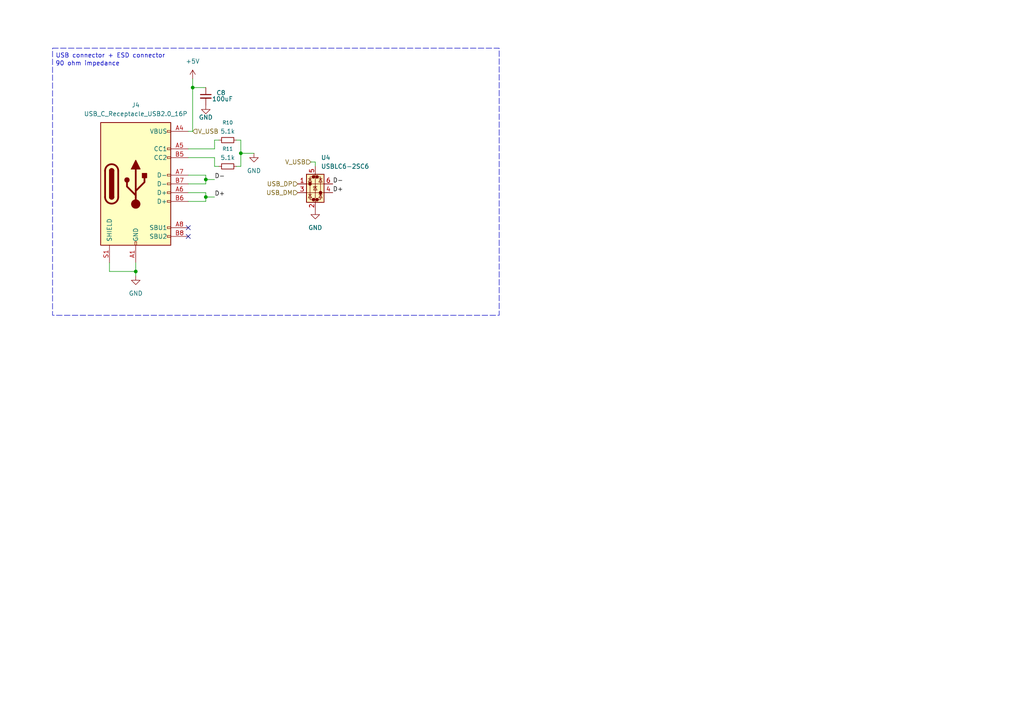
<source format=kicad_sch>
(kicad_sch (version 20250114) (generator "eeschema") (generator_version "9.0")
  (paper "A4")
  (lib_symbols
    (symbol "Connector:USB_C_Receptacle_USB2.0_16P" (pin_names (offset 1.016))
      (property "Reference" "J" (at 0 22.225 0))
      (property "Value" "USB_C_Receptacle_USB2.0_16P" (at 0 19.685 0))
      (symbol "USB_C_Receptacle_USB2.0_16P_0_0"
        (rectangle (start -0.254 -17.78) (end 0.254 -16.764))
        (rectangle (start 10.16 15.494) (end 9.144 14.986))
        (rectangle (start 10.16 10.414) (end 9.144 9.906))
        (rectangle (start 10.16 7.874) (end 9.144 7.366))
        (rectangle (start 10.16 2.794) (end 9.144 2.286))
        (rectangle (start 10.16 0.254) (end 9.144 -0.254))
        (rectangle (start 10.16 -2.286) (end 9.144 -2.794))
        (rectangle (start 10.16 -4.826) (end 9.144 -5.334))
        (rectangle (start 10.16 -12.446) (end 9.144 -12.954))
        (rectangle (start 10.16 -14.986) (end 9.144 -15.494))
      )
      (symbol "USB_C_Receptacle_USB2.0_16P_0_1"
        (rectangle (start -10.16 17.78) (end 10.16 -17.78) (stroke (width 0.254)) (fill (type background)))
        (polyline (pts (xy -8.89 -3.81) (xy -8.89 3.81)) (stroke (width 0.508)))
        (rectangle (start -7.62 -3.81) (end -6.35 3.81) (stroke (width 0.254)) (fill (type outline)))
        (arc (start -7.62 3.81) (mid -6.985 4.4423) (end -6.35 3.81) (stroke (width 0.254)))
        (arc (start -7.62 3.81) (mid -6.985 4.4423) (end -6.35 3.81) (stroke (width 0.254)) (fill (type outline)))
        (arc (start -8.89 3.81) (mid -6.985 5.7067) (end -5.08 3.81) (stroke (width 0.508)))
        (arc (start -5.08 -3.81) (mid -6.985 -5.7067) (end -8.89 -3.81) (stroke (width 0.508)))
        (arc (start -6.35 -3.81) (mid -6.985 -4.4423) (end -7.62 -3.81) (stroke (width 0.254)))
        (arc (start -6.35 -3.81) (mid -6.985 -4.4423) (end -7.62 -3.81) (stroke (width 0.254)) (fill (type outline)))
        (polyline (pts (xy -5.08 3.81) (xy -5.08 -3.81)) (stroke (width 0.508)))
        (circle (center -2.54 1.143) (radius 0.635) (stroke (width 0.254)) (fill (type outline)))
        (polyline (pts (xy -1.27 4.318) (xy 0 6.858) (xy 1.27 4.318) (xy -1.27 4.318)) (stroke (width 0.254)) (fill (type outline)))
        (polyline (pts (xy 0 -2.032) (xy 2.54 0.508) (xy 2.54 1.778)) (stroke (width 0.508)))
        (polyline (pts (xy 0 -3.302) (xy -2.54 -0.762) (xy -2.54 0.508)) (stroke (width 0.508)))
        (polyline (pts (xy 0 -5.842) (xy 0 4.318)) (stroke (width 0.508)))
        (circle (center 0 -5.842) (radius 1.27) (fill (type outline)))
        (rectangle (start 1.905 1.778) (end 3.175 3.048) (stroke (width 0.254)) (fill (type outline)))
      )
      (symbol "USB_C_Receptacle_USB2.0_16P_1_1"
        (pin passive line (at -7.62 -22.86 90) (length 5.08) (name "SHIELD") (number "S1"))
        (pin passive line (at 0 -22.86 90) (length 5.08) (name "GND") (number "A1"))
        (pin passive line (at 0 -22.86 90) (length 5.08) (hide yes) (name "GND") (number "A12"))
        (pin passive line (at 0 -22.86 90) (length 5.08) (hide yes) (name "GND") (number "B1"))
        (pin passive line (at 0 -22.86 90) (length 5.08) (hide yes) (name "GND") (number "B12"))
        (pin passive line (at 15.24 15.24 180) (length 5.08) (name "VBUS") (number "A4"))
        (pin passive line (at 15.24 15.24 180) (length 5.08) (hide yes) (name "VBUS") (number "A9"))
        (pin passive line (at 15.24 15.24 180) (length 5.08) (hide yes) (name "VBUS") (number "B4"))
        (pin passive line (at 15.24 15.24 180) (length 5.08) (hide yes) (name "VBUS") (number "B9"))
        (pin bidirectional line (at 15.24 10.16 180) (length 5.08) (name "CC1") (number "A5"))
        (pin bidirectional line (at 15.24 7.62 180) (length 5.08) (name "CC2") (number "B5"))
        (pin bidirectional line (at 15.24 2.54 180) (length 5.08) (name "D-") (number "A7"))
        (pin bidirectional line (at 15.24 0 180) (length 5.08) (name "D-") (number "B7"))
        (pin bidirectional line (at 15.24 -2.54 180) (length 5.08) (name "D+") (number "A6"))
        (pin bidirectional line (at 15.24 -5.08 180) (length 5.08) (name "D+") (number "B6"))
        (pin bidirectional line (at 15.24 -12.7 180) (length 5.08) (name "SBU1") (number "A8"))
        (pin bidirectional line (at 15.24 -15.24 180) (length 5.08) (name "SBU2") (number "B8"))
      )
    )
    (symbol "Device:C_Small" (pin_numbers (hide yes)) (pin_names (offset 0.254) (hide yes))
      (property "Reference" "C" (at 0.254 1.778 0))
      (property "Value" "C_Small" (at 0.254 -2.032 0))
      (symbol "C_Small_0_1"
        (polyline (pts (xy -1.524 0.508) (xy 1.524 0.508)) (stroke (width 0.3048)))
        (polyline (pts (xy -1.524 -0.508) (xy 1.524 -0.508)) (stroke (width 0.3302)))
      )
      (symbol "C_Small_1_1"
        (pin passive line (at 0 2.54 270) (length 2.032) (name "~") (number "1"))
        (pin passive line (at 0 -2.54 90) (length 2.032) (name "~") (number "2"))
      )
    )
    (symbol "Device:R_Small" (pin_numbers (hide yes)) (pin_names (offset 0.254) (hide yes))
      (property "Reference" "R" (at 0 0 90))
      (property "Value" "R_Small" (at 1.778 0 90))
      (symbol "R_Small_0_1"
        (rectangle (start -0.762 1.778) (end 0.762 -1.778) (stroke (width 0.2032)))
      )
      (symbol "R_Small_1_1"
        (pin passive line (at 0 2.54 270) (length 0.762) (name "~") (number "1"))
        (pin passive line (at 0 -2.54 90) (length 0.762) (name "~") (number "2"))
      )
    )
    (symbol "Power_Protection:USBLC6-2SC6" (pin_names (hide yes))
      (property "Reference" "U" (at 0.635 5.715 0))
      (property "Value" "USBLC6-2SC6" (at 0.635 3.81 0))
      (symbol "USBLC6-2SC6_0_0"
        (circle (center -1.524 0) (radius 0.0001) (stroke (width 0.508)))
        (circle (center -0.508 2.032) (radius 0.0001) (stroke (width 0.508)))
        (circle (center -0.508 -4.572) (radius 0.0001) (stroke (width 0.508)))
        (circle (center 0.508 2.032) (radius 0.0001) (stroke (width 0.508)))
        (circle (center 0.508 -4.572) (radius 0.0001) (stroke (width 0.508)))
        (circle (center 1.524 -2.54) (radius 0.0001) (stroke (width 0.508)))
      )
      (symbol "USBLC6-2SC6_0_1"
        (polyline (pts (xy -2.54 0) (xy 2.54 0)))
        (polyline (pts (xy -2.54 -2.54) (xy 2.54 -2.54)))
        (polyline (pts (xy -2.032 0.508) (xy -1.016 0.508) (xy -1.524 1.524) (xy -2.032 0.508)))
        (polyline (pts (xy -2.032 -3.048) (xy -1.016 -3.048)))
        (polyline (pts (xy -1.016 1.524) (xy -2.032 1.524)))
        (polyline (pts (xy -1.016 -4.064) (xy -2.032 -4.064) (xy -1.524 -3.048) (xy -1.016 -4.064)))
        (polyline (pts (xy -0.508 -1.143) (xy -0.508 -0.762) (xy 0.508 -0.762)))
        (polyline (pts (xy 0 2.54) (xy -0.508 2.032) (xy 0.508 2.032) (xy 0 1.524) (xy 0 -4.064) (xy -0.508 -4.572) (xy 0.508 -4.572) (xy 0 -5.08)))
        (polyline (pts (xy 0.508 -1.778) (xy -0.508 -1.778) (xy 0 -0.762) (xy 0.508 -1.778)))
        (polyline (pts (xy 1.016 1.524) (xy 2.032 1.524)))
        (polyline (pts (xy 1.016 -3.048) (xy 2.032 -3.048)))
        (polyline (pts (xy 2.032 0.508) (xy 1.016 0.508) (xy 1.524 1.524) (xy 2.032 0.508)))
        (polyline (pts (xy 2.032 -4.064) (xy 1.016 -4.064) (xy 1.524 -3.048) (xy 2.032 -4.064)))
      )
      (symbol "USBLC6-2SC6_1_1"
        (rectangle (start -2.54 2.794) (end 2.54 -5.334) (stroke (width 0.254)) (fill (type background)))
        (polyline (pts (xy -0.508 2.032) (xy -1.524 2.032) (xy -1.524 -4.572) (xy -0.508 -4.572)))
        (polyline (pts (xy 0.508 -4.572) (xy 1.524 -4.572) (xy 1.524 2.032) (xy 0.508 2.032)))
        (pin passive line (at -5.08 0 0) (length 2.54) (name "I/O1") (number "1"))
        (pin passive line (at -5.08 -2.54 0) (length 2.54) (name "I/O2") (number "3"))
        (pin passive line (at 0 5.08 270) (length 2.54) (name "VBUS") (number "5"))
        (pin passive line (at 0 -7.62 90) (length 2.54) (name "GND") (number "2"))
        (pin passive line (at 5.08 0 180) (length 2.54) (name "I/O1") (number "6"))
        (pin passive line (at 5.08 -2.54 180) (length 2.54) (name "I/O2") (number "4"))
      )
    )
    (symbol "power:+5V" (power) (pin_numbers (hide yes)) (pin_names (offset 0) (hide yes))
      (property "Value" "+5V" (at 0 3.556 0))
      (symbol "+5V_0_1"
        (polyline (pts (xy -0.762 1.27) (xy 0 2.54)))
        (polyline (pts (xy 0 2.54) (xy 0.762 1.27)))
        (polyline (pts (xy 0 0) (xy 0 2.54)))
      )
      (symbol "+5V_1_1"
        (pin power_in line (at 0 0 90) (length 0) (name "~") (number "1"))
      )
    )
    (symbol "power:GND" (power) (pin_numbers (hide yes)) (pin_names (offset 0) (hide yes))
      (property "Value" "GND" (at 0 -3.81 0))
      (symbol "GND_0_1"
        (polyline (pts (xy 0 0) (xy 0 -1.27) (xy 1.27 -1.27) (xy 0 -2.54) (xy -1.27 -1.27) (xy 0 -1.27)))
      )
      (symbol "GND_1_1"
        (pin power_in line (at 0 0 270) (length 0) (name "~") (number "1"))
      )
    )
  )
  (rectangle (start 15.24 13.97) (end 144.78 91.44) (stroke (width 0) (type dash)))
  (text "90 ohm impedance \n" (at 25.908 18.542 0) (effects (font (size 1.27 1.27))))
  (text "USB connector + ESD connector " (at 32.512 16.256 0) (effects (font (size 1.27 1.27))))
  (junction (at 59.69 52.07))
  (junction (at 69.85 44.45))
  (junction (at 55.88 25.4))
  (junction (at 39.37 78.74))
  (junction (at 59.69 57.15))
  (no_connect (at 54.61 66.04))
  (no_connect (at 54.61 68.58))
  (wire (pts (xy 55.88 22.86) (xy 55.88 25.4)))
  (wire (pts (xy 68.58 40.64) (xy 69.85 40.64)))
  (wire (pts (xy 62.23 43.18) (xy 62.23 40.64)))
  (wire (pts (xy 69.85 44.45) (xy 73.66 44.45)))
  (wire (pts (xy 59.69 58.42) (xy 54.61 58.42)))
  (wire (pts (xy 90.17 46.99) (xy 91.44 46.99)))
  (wire (pts (xy 55.88 25.4) (xy 55.88 38.1)))
  (wire (pts (xy 54.61 53.34) (xy 59.69 53.34)))
  (wire (pts (xy 91.44 46.99) (xy 91.44 48.26)))
  (wire (pts (xy 62.23 52.07) (xy 59.69 52.07)))
  (wire (pts (xy 62.23 40.64) (xy 63.5 40.64)))
  (wire (pts (xy 54.61 50.8) (xy 59.69 50.8)))
  (wire (pts (xy 31.75 76.2) (xy 31.75 78.74)))
  (wire (pts (xy 55.88 38.1) (xy 54.61 38.1)))
  (wire (pts (xy 69.85 40.64) (xy 69.85 44.45)))
  (wire (pts (xy 59.69 57.15) (xy 59.69 58.42)))
  (wire (pts (xy 39.37 78.74) (xy 39.37 80.01)))
  (wire (pts (xy 62.23 45.72) (xy 62.23 48.26)))
  (wire (pts (xy 54.61 55.88) (xy 59.69 55.88)))
  (wire (pts (xy 62.23 48.26) (xy 63.5 48.26)))
  (wire (pts (xy 59.69 50.8) (xy 59.69 52.07)))
  (wire (pts (xy 59.69 55.88) (xy 59.69 57.15)))
  (wire (pts (xy 54.61 43.18) (xy 62.23 43.18)))
  (wire (pts (xy 68.58 48.26) (xy 69.85 48.26)))
  (wire (pts (xy 31.75 78.74) (xy 39.37 78.74)))
  (wire (pts (xy 69.85 48.26) (xy 69.85 44.45)))
  (wire (pts (xy 59.69 57.15) (xy 62.23 57.15)))
  (wire (pts (xy 55.88 25.4) (xy 59.69 25.4)))
  (wire (pts (xy 54.61 45.72) (xy 62.23 45.72)))
  (wire (pts (xy 59.69 52.07) (xy 59.69 53.34)))
  (wire (pts (xy 39.37 78.74) (xy 39.37 76.2)))
  (label "D+" (at 96.52 55.88 0))
  (label "D+" (at 62.23 57.15 0))
  (label "D-" (at 96.52 53.34 0))
  (label "D-" (at 62.23 52.07 0))
  (hierarchical_label "USB_DP" (shape input) (at 86.36 53.34 180))
  (hierarchical_label "V_USB" (shape input) (at 90.17 46.99 180))
  (hierarchical_label "USB_DM" (shape input) (at 86.36 55.88 180))
  (hierarchical_label "V_USB" (shape input) (at 55.88 38.1 0))
  (symbol (lib_id "power:+5V") (at 55.88 22.86 0) (unit 1)
    (property "Reference" "#PWR02" (effects (hide yes)))
    (property "Value" "+5V" (at 55.88 17.78 0))
    (property "Description" "Power symbol creates a global label with name \"+5V\"" (effects (hide yes)))
    (instances (project "Hub_USB_Raspberry_Pi_Zero_2W" (path "" (reference "#PWR0106") (unit 1)) (path "" (reference "#PWR0101") (unit 1)) (path "" (reference "#PWR02") (unit 1))))
  )
  (symbol (lib_id "Power_Protection:USBLC6-2SC6") (at 91.44 53.34 0) (unit 1)
    (property "Reference" "U2" (at 93.0911 45.72 0) (effects (justify left)))
    (property "Value" "USBLC6-2SC6" (at 93.0911 48.26 0) (effects (justify left)))
    (property "Footprint" "Package_TO_SOT_SMD:SOT-23-6" (effects (hide yes)))
    (property "Datasheet" "https://www.st.com/resource/en/datasheet/usblc6-2.pdf" (effects (hide yes)))
    (property "Description" "Very low capacitance ESD protection diode, 2 data-line, SOT-23-6" (effects (hide yes)))
    (property "MPN" "511-USBLC6-2SC6" (effects (hide yes)))
    (instances (project "Hub_USB_Raspberry_Pi_Zero_2W" (path "" (reference "U4") (unit 1)) (path "" (reference "U3") (unit 1)) (path "" (reference "U2") (unit 1))))
  )
  (symbol (lib_id "power:GND") (at 91.44 60.96 0) (unit 1)
    (property "Reference" "#PWR06" (effects (hide yes)))
    (property "Value" "GND" (at 91.44 66.04 0))
    (property "Description" "Power symbol creates a global label with name \"GND\" , ground" (effects (hide yes)))
    (instances (project "Hub_USB_Raspberry_Pi_Zero_2W" (path "" (reference "#PWR0111") (unit 1)) (path "" (reference "#PWR0105") (unit 1)) (path "" (reference "#PWR06") (unit 1))))
  )
  (symbol (lib_id "Device:C_Small") (at 59.69 27.94 0) (unit 1)
    (property "Reference" "C6" (at 62.738 26.924 0) (effects (justify left)))
    (property "Value" "100uF" (at 61.468 28.702 0) (effects (justify left)))
    (property "Footprint" "Capacitor_SMD:C_0603_1608Metric" (effects (hide yes)))
    (property "Description" "Unpolarized capacitor, small symbol" (effects (hide yes)))
    (instances (project "Hub_USB_Raspberry_Pi_Zero_2W" (path "" (reference "C8") (unit 1)) (path "" (reference "C7") (unit 1)) (path "" (reference "C6") (unit 1))))
  )
  (symbol (lib_id "power:GND") (at 73.66 44.45 0) (unit 1)
    (property "Reference" "#PWR05" (effects (hide yes)))
    (property "Value" "GND" (at 73.66 49.53 0))
    (property "Description" "Power symbol creates a global label with name \"GND\" , ground" (effects (hide yes)))
    (instances (project "Hub_USB_Raspberry_Pi_Zero_2W" (path "" (reference "#PWR0110") (unit 1)) (path "" (reference "#PWR0104") (unit 1)) (path "" (reference "#PWR05") (unit 1))))
  )
  (symbol (lib_id "Device:R_Small") (at 66.04 48.26 90) (unit 1)
    (property "Reference" "R400" (at 66.04 43.18 90) (effects (font (size 1.016 1.016))))
    (property "Value" "5.1k" (at 66.04 45.72 90))
    (property "Footprint" "Resistor_SMD:R_0603_1608Metric" (effects (hide yes)))
    (property "Description" "Resistor, small symbol" (effects (hide yes)))
    (instances (project "Hub_USB_Raspberry_Pi_Zero_2W" (path "" (reference "R11") (unit 1)) (path "" (reference "R4") (unit 1)) (path "" (reference "R400") (unit 1))))
  )
  (symbol (lib_id "power:GND") (at 39.37 80.01 0) (unit 1)
    (property "Reference" "#PWR04" (effects (hide yes)))
    (property "Value" "GND" (at 39.37 85.09 0))
    (property "Description" "Power symbol creates a global label with name \"GND\" , ground" (effects (hide yes)))
    (instances (project "Hub_USB_Raspberry_Pi_Zero_2W" (path "" (reference "#PWR0108") (unit 1)) (path "" (reference "#PWR0102") (unit 1)) (path "" (reference "#PWR04") (unit 1))))
  )
  (symbol (lib_id "power:GND") (at 59.69 30.48 0) (unit 1)
    (property "Reference" "#PWR09" (effects (hide yes)))
    (property "Value" "GND" (at 59.69 34.036 0))
    (property "Description" "Power symbol creates a global label with name \"GND\" , ground" (effects (hide yes)))
    (instances (project "Hub_USB_Raspberry_Pi_Zero_2W" (path "" (reference "#PWR0109") (unit 1)) (path "" (reference "#PWR0103") (unit 1)) (path "" (reference "#PWR09") (unit 1))))
  )
  (symbol (lib_id "Connector:USB_C_Receptacle_USB2.0_16P") (at 39.37 53.34 0) (unit 1)
    (property "Reference" "J2" (at 39.37 30.48 0))
    (property "Value" "USB_C_Receptacle_USB2.0_16P" (at 39.37 33.02 0))
    (property "Footprint" "Connector_USB:USB_C_Receptacle_GCT_USB4105-xx-A_16P_TopMnt_Horizontal" (effects (hide yes)))
    (property "Datasheet" "https://www.usb.org/sites/default/files/documents/usb_type-c.zip" (effects (hide yes)))
    (property "Description" "USB 2.0-only 16P Type-C Receptacle connector" (effects (hide yes)))
    (property "MPN" "640-USB4105-GF-A" (effects (hide yes)))
    (instances (project "Hub_USB_Raspberry_Pi_Zero_2W" (path "" (reference "J4") (unit 1)) (path "" (reference "J3") (unit 1)) (path "" (reference "J2") (unit 1))))
  )
  (symbol (lib_id "Device:R_Small") (at 66.04 40.64 90) (unit 1)
    (property "Reference" "R300" (at 66.04 35.56 90) (effects (font (size 1.016 1.016))))
    (property "Value" "5.1k" (at 66.04 38.1 90))
    (property "Footprint" "Resistor_SMD:R_0603_1608Metric" (effects (hide yes)))
    (property "Description" "Resistor, small symbol" (effects (hide yes)))
    (instances (project "Hub_USB_Raspberry_Pi_Zero_2W" (path "" (reference "R10") (unit 1)) (path "" (reference "R3") (unit 1)) (path "" (reference "R300") (unit 1))))
  )
)
</source>
